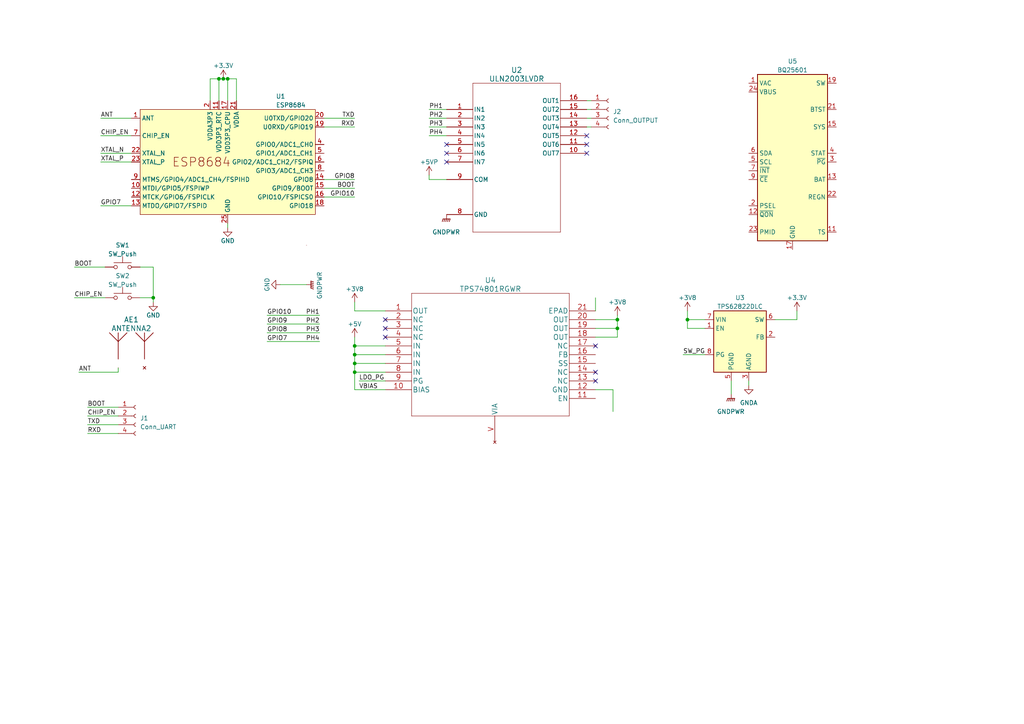
<source format=kicad_sch>
(kicad_sch (version 20230121) (generator eeschema)
  (paper "A4")
  (lib_symbols
    (symbol "AN9520-245:ANTENNA2" (pin_numbers hide) (pin_names (offset 0) hide)
      (property "Reference" "AE1" (at 3.81 13.97 0))
      (property "Value" "ANTENNA2" (at 3.81 11.43 0))
      (symbol "ANTENNA2_1_1"
        (polyline (pts (xy -2.54 10.16) (xy 0 7.62)) (stroke (width 0.2032)))
        (polyline (pts (xy 0 7.62) (xy 0 2.54)) (stroke (width 0.2032)))
        (polyline (pts (xy 0 7.62) (xy 2.54 10.16)) (stroke (width 0.2032)))
        (polyline (pts (xy 0 10.16) (xy 0 7.62)) (stroke (width 0.2032)))
        (polyline (pts (xy 5.08 10.16) (xy 7.62 7.62)) (stroke (width 0.2032)))
        (polyline (pts (xy 7.62 7.62) (xy 7.62 2.54)) (stroke (width 0.2032)))
        (polyline (pts (xy 7.62 7.62) (xy 10.16 10.16)) (stroke (width 0.2032)))
        (polyline (pts (xy 7.62 10.16) (xy 7.62 7.62)) (stroke (width 0.2032)))
        (pin unspecified line (at 0 0 90) (length 0) (name "Feed") (number "1"))
        (pin no_connect line (at 7.62 0 90) (length 0) (name "Solder") (number "2"))
      )
    )
    (symbol "Battery_Management:BQ25601"
      (property "Reference" "U" (at -8.89 26.67 0))
      (property "Value" "BQ25601" (at 6.35 26.67 0))
      (symbol "BQ25601_0_1"
        (rectangle (start -10.16 -22.86) (end 10.16 25.4) (stroke (width 0.254)) (fill (type background)))
      )
      (symbol "BQ25601_1_1"
        (pin input line (at -12.7 22.86 0) (length 2.54) (name "VAC") (number "1"))
        (pin no_connect line (at -10.16 12.7 0) (length 2.54) hide (name "NC") (number "10"))
        (pin passive line (at 12.7 -20.32 180) (length 2.54) (name "TS") (number "11"))
        (pin input line (at -12.7 -15.24 0) (length 2.54) (name "~{QON}") (number "12"))
        (pin power_in line (at 12.7 -5.08 180) (length 2.54) (name "BAT") (number "13"))
        (pin passive line (at 12.7 -5.08 180) (length 2.54) hide (name "BAT") (number "14"))
        (pin passive line (at 12.7 10.16 180) (length 2.54) (name "SYS") (number "15"))
        (pin passive line (at 12.7 10.16 180) (length 2.54) hide (name "SYS") (number "16"))
        (pin power_in line (at 0 -25.4 90) (length 2.54) (name "GND") (number "17"))
        (pin passive line (at 0 -25.4 90) (length 2.54) hide (name "GND") (number "18"))
        (pin passive line (at 12.7 22.86 180) (length 2.54) (name "SW") (number "19"))
        (pin input line (at -12.7 -12.7 0) (length 2.54) (name "PSEL") (number "2"))
        (pin passive line (at 12.7 22.86 180) (length 2.54) hide (name "SW") (number "20"))
        (pin input line (at 12.7 15.24 180) (length 2.54) (name "BTST") (number "21"))
        (pin passive line (at 12.7 -10.16 180) (length 2.54) (name "REGN") (number "22"))
        (pin passive line (at -12.7 -20.32 0) (length 2.54) (name "PMID") (number "23"))
        (pin power_in line (at -12.7 20.32 0) (length 2.54) (name "VBUS") (number "24"))
        (pin passive line (at 0 -25.4 90) (length 2.54) hide (name "GND") (number "25"))
        (pin open_collector line (at 12.7 0 180) (length 2.54) (name "~{PG}") (number "3"))
        (pin open_collector line (at 12.7 2.54 180) (length 2.54) (name "STAT") (number "4"))
        (pin input line (at -12.7 0 0) (length 2.54) (name "SCL") (number "5"))
        (pin bidirectional line (at -12.7 2.54 0) (length 2.54) (name "SDA") (number "6"))
        (pin open_collector line (at -12.7 -2.54 0) (length 2.54) (name "~{INT}") (number "7"))
        (pin no_connect line (at -10.16 15.24 0) (length 2.54) hide (name "NC") (number "8"))
        (pin input line (at -12.7 -5.08 0) (length 2.54) (name "~{CE}") (number "9"))
      )
    )
    (symbol "Connector:Conn_01x04_Socket" (pin_names (offset 1.016) hide)
      (property "Reference" "J" (at 0 5.08 0))
      (property "Value" "Conn_01x04_Socket" (at 0 -7.62 0))
      (symbol "Conn_01x04_Socket_1_1"
        (arc (start 0 -4.572) (mid -0.5058 -5.08) (end 0 -5.588) (stroke (width 0.1524)))
        (arc (start 0 -2.032) (mid -0.5058 -2.54) (end 0 -3.048) (stroke (width 0.1524)))
        (polyline (pts (xy -1.27 -5.08) (xy -0.508 -5.08)) (stroke (width 0.1524)))
        (polyline (pts (xy -1.27 -2.54) (xy -0.508 -2.54)) (stroke (width 0.1524)))
        (polyline (pts (xy -1.27 0) (xy -0.508 0)) (stroke (width 0.1524)))
        (polyline (pts (xy -1.27 2.54) (xy -0.508 2.54)) (stroke (width 0.1524)))
        (arc (start 0 0.508) (mid -0.5058 0) (end 0 -0.508) (stroke (width 0.1524)))
        (arc (start 0 3.048) (mid -0.5058 2.54) (end 0 2.032) (stroke (width 0.1524)))
        (pin passive line (at -5.08 2.54 0) (length 3.81) (name "Pin_1") (number "1"))
        (pin passive line (at -5.08 0 0) (length 3.81) (name "Pin_2") (number "2"))
        (pin passive line (at -5.08 -2.54 0) (length 3.81) (name "Pin_3") (number "3"))
        (pin passive line (at -5.08 -5.08 0) (length 3.81) (name "Pin_4") (number "4"))
      )
    )
    (symbol "Espressif:ESP8684"
      (property "Reference" "U" (at -25.4 20.32 0))
      (property "Value" "ESP8684" (at -25.4 17.78 0))
      (symbol "ESP8684_0_0"
        (rectangle (start -25.4 15.24) (end 25.4 -15.24) (fill (type background)))
        (text "ESP8684" (at -7.62 0 0) (effects (font (size 2.54 2.54))))
      )
      (symbol "ESP8684_0_1"
        (rectangle (start 22.86 -24.13) (end 22.86 -24.13))
      )
      (symbol "ESP8684_1_1"
        (pin bidirectional line (at -27.94 12.7 0) (length 2.54) (name "ANT") (number "1"))
        (pin bidirectional line (at -27.94 -7.62 0) (length 2.54) (name "MTDI/GPIO5/FSPIWP") (number "10"))
        (pin power_in line (at -2.54 17.78 270) (length 2.54) (name "VDD3P3_RTC") (number "11"))
        (pin bidirectional line (at -27.94 -10.16 0) (length 2.54) (name "MTCK/GPIO6/FSPICLK") (number "12"))
        (pin bidirectional line (at -27.94 -12.7 0) (length 2.54) (name "MTDO/GPIO7/FSPID") (number "13"))
        (pin bidirectional line (at 27.94 -5.08 180) (length 2.54) (name "GPIO8") (number "14"))
        (pin bidirectional line (at 27.94 -7.62 180) (length 2.54) (name "GPIO9/BOOT") (number "15"))
        (pin bidirectional line (at 27.94 -10.16 180) (length 2.54) (name "GPIO10/FSPICS0") (number "16"))
        (pin power_in line (at 0 17.78 270) (length 2.54) (name "VDD3P3_CPU") (number "17"))
        (pin bidirectional line (at 27.94 -12.7 180) (length 2.54) (name "GPIO18") (number "18"))
        (pin bidirectional line (at 27.94 10.16 180) (length 2.54) (name "U0RXD/GPIO19") (number "19"))
        (pin power_in line (at -5.08 17.78 270) (length 2.54) (name "VDDA3P3") (number "2"))
        (pin bidirectional line (at 27.94 12.7 180) (length 2.54) (name "U0TXD/GPIO20") (number "20"))
        (pin power_in line (at 2.54 17.78 270) (length 2.54) (name "VDDA") (number "21"))
        (pin output line (at -27.94 2.54 0) (length 2.54) (name "XTAL_N") (number "22"))
        (pin input line (at -27.94 0 0) (length 2.54) (name "XTAL_P") (number "23"))
        (pin passive line (at 2.54 17.78 270) (length 2.54) hide (name "VDDA") (number "24"))
        (pin power_in line (at 0 -17.78 90) (length 2.54) (name "GND") (number "25"))
        (pin passive line (at -5.08 17.78 270) (length 2.54) hide (name "VDDA3P3") (number "3"))
        (pin bidirectional line (at 27.94 5.08 180) (length 2.54) (name "GPIO0/ADC1_CH0") (number "4"))
        (pin bidirectional line (at 27.94 2.54 180) (length 2.54) (name "GPIO1/ADC1_CH1") (number "5"))
        (pin bidirectional line (at 27.94 0 180) (length 2.54) (name "GPIO2/ADC1_CH2/FSPIQ") (number "6"))
        (pin input line (at -27.94 7.62 0) (length 2.54) (name "CHIP_EN") (number "7"))
        (pin bidirectional line (at 27.94 -2.54 180) (length 2.54) (name "GPIO3/ADC1_CH3") (number "8"))
        (pin bidirectional line (at -27.94 -5.08 0) (length 2.54) (name "MTMS/GPIO4/ADC1_CH4/FSPIHD") (number "9"))
      )
    )
    (symbol "Regulator_Switching:TPS62822DLC"
      (property "Reference" "U" (at -7.62 11.43 0))
      (property "Value" "TPS62822DLC" (at -1.27 11.43 0))
      (symbol "TPS62822DLC_0_1"
        (rectangle (start -7.62 10.16) (end 7.62 -7.62) (stroke (width 0.254)) (fill (type background)))
      )
      (symbol "TPS62822DLC_1_1"
        (pin input line (at -10.16 5.08 0) (length 2.54) (name "EN") (number "1"))
        (pin input line (at 10.16 2.54 180) (length 2.54) (name "FB") (number "2"))
        (pin power_in line (at 2.54 -10.16 90) (length 2.54) (name "AGND") (number "3"))
        (pin no_connect line (at 7.62 5.08 180) (length 2.54) hide (name "NC") (number "4"))
        (pin power_in line (at -2.54 -10.16 90) (length 2.54) (name "PGND") (number "5"))
        (pin power_out line (at 10.16 7.62 180) (length 2.54) (name "SW") (number "6"))
        (pin power_in line (at -10.16 7.62 0) (length 2.54) (name "VIN") (number "7"))
        (pin open_collector line (at -10.16 -2.54 0) (length 2.54) (name "PG") (number "8"))
      )
    )
    (symbol "Switch:SW_Push" (pin_numbers hide) (pin_names (offset 1.016) hide)
      (property "Reference" "SW" (at 1.27 2.54 0))
      (property "Value" "SW_Push" (at 0 -1.524 0))
      (symbol "SW_Push_0_1"
        (circle (center -2.032 0) (radius 0.508))
        (polyline (pts (xy 0 1.27) (xy 0 3.048)))
        (polyline (pts (xy 2.54 1.27) (xy -2.54 1.27)))
        (circle (center 2.032 0) (radius 0.508))
        (pin passive line (at -5.08 0 0) (length 2.54) (name "1") (number "1"))
        (pin passive line (at 5.08 0 180) (length 2.54) (name "2") (number "2"))
      )
    )
    (symbol "TPS74801RGWR:TPS74801RGWR" (pin_names (offset 0.254))
      (property "Reference" "U" (at 30.48 10.16 0))
      (property "Value" "TPS74801RGWR" (at 30.48 7.62 0))
      (symbol "TPS74801RGWR_1_1"
        (polyline (pts (xy 7.62 -30.48) (xy 53.34 -30.48)) (stroke (width 0.127)))
        (polyline (pts (xy 7.62 5.08) (xy 7.62 -30.48)) (stroke (width 0.127)))
        (polyline (pts (xy 53.34 -30.48) (xy 53.34 5.08)) (stroke (width 0.127)))
        (polyline (pts (xy 53.34 5.08) (xy 7.62 5.08)) (stroke (width 0.127)))
        (pin power_out line (at 0 0 0) (length 7.62) (name "OUT") (number "1"))
        (pin power_in line (at 0 -22.86 0) (length 7.62) (name "BIAS") (number "10"))
        (pin input line (at 60.96 -25.4 180) (length 7.62) (name "EN") (number "11"))
        (pin output line (at 60.96 -22.86 180) (length 7.62) (name "GND") (number "12"))
        (pin no_connect line (at 60.96 -20.32 180) (length 7.62) (name "NC") (number "13"))
        (pin no_connect line (at 60.96 -17.78 180) (length 7.62) (name "NC") (number "14"))
        (pin unspecified line (at 60.96 -15.24 180) (length 7.62) (name "SS") (number "15"))
        (pin input line (at 60.96 -12.7 180) (length 7.62) (name "FB") (number "16"))
        (pin no_connect line (at 60.96 -10.16 180) (length 7.62) (name "NC") (number "17"))
        (pin power_out line (at 60.96 -7.62 180) (length 7.62) (name "OUT") (number "18"))
        (pin power_out line (at 60.96 -5.08 180) (length 7.62) (name "OUT") (number "19"))
        (pin no_connect line (at 0 -2.54 0) (length 7.62) (name "NC") (number "2"))
        (pin power_out line (at 60.96 -2.54 180) (length 7.62) (name "OUT") (number "20"))
        (pin unspecified line (at 60.96 0 180) (length 7.62) (name "EPAD") (number "21"))
        (pin no_connect line (at 0 -5.08 0) (length 7.62) (name "NC") (number "3"))
        (pin no_connect line (at 0 -7.62 0) (length 7.62) (name "NC") (number "4"))
        (pin power_in line (at 0 -10.16 0) (length 7.62) (name "IN") (number "5"))
        (pin power_in line (at 0 -12.7 0) (length 7.62) (name "IN") (number "6"))
        (pin power_in line (at 0 -15.24 0) (length 7.62) (name "IN") (number "7"))
        (pin power_in line (at 0 -17.78 0) (length 7.62) (name "IN") (number "8"))
        (pin open_collector line (at 0 -20.32 0) (length 7.62) (name "PG") (number "9"))
        (pin no_connect line (at 31.75 -38.1 90) (length 7.62) (name "VIA") (number "V"))
      )
    )
    (symbol "ULN2003LV:ULN2003LVDR" (pin_names (offset 0.254))
      (property "Reference" "U2" (at 20.32 11.43 0))
      (property "Value" "ULN2003LVDR" (at 20.32 8.89 0))
      (symbol "ULN2003LVDR_0_1"
        (polyline (pts (xy 7.62 -35.56) (xy 33.02 -35.56)) (stroke (width 0.127)))
        (polyline (pts (xy 7.62 7.62) (xy 7.62 -35.56)) (stroke (width 0.127)))
        (polyline (pts (xy 33.02 -35.56) (xy 33.02 7.62)) (stroke (width 0.127)))
        (polyline (pts (xy 33.02 7.62) (xy 7.62 7.62)) (stroke (width 0.127)))
        (pin input line (at 0 0 0) (length 7.62) (name "IN1") (number "1"))
        (pin output line (at 40.64 -12.7 180) (length 7.62) (name "OUT7") (number "10"))
        (pin output line (at 40.64 -10.16 180) (length 7.62) (name "OUT6") (number "11"))
        (pin output line (at 40.64 -7.62 180) (length 7.62) (name "OUT5") (number "12"))
        (pin output line (at 40.64 -5.08 180) (length 7.62) (name "OUT4") (number "13"))
        (pin output line (at 40.64 -2.54 180) (length 7.62) (name "OUT3") (number "14"))
        (pin output line (at 40.64 0 180) (length 7.62) (name "OUT2") (number "15"))
        (pin output line (at 40.64 2.54 180) (length 7.62) (name "OUT1") (number "16"))
        (pin input line (at 0 -2.54 0) (length 7.62) (name "IN2") (number "2"))
        (pin input line (at 0 -5.08 0) (length 7.62) (name "IN3") (number "3"))
        (pin input line (at 0 -7.62 0) (length 7.62) (name "IN4") (number "4"))
        (pin input line (at 0 -10.16 0) (length 7.62) (name "IN5") (number "5"))
        (pin input line (at 0 -12.7 0) (length 7.62) (name "IN6") (number "6"))
        (pin input line (at 0 -15.24 0) (length 7.62) (name "IN7") (number "7"))
        (pin power_in line (at 0 -30.48 0) (length 7.62) (name "GND") (number "8"))
        (pin unspecified line (at 0 -20.32 0) (length 7.62) (name "COM") (number "9"))
      )
    )
    (symbol "power:+3.3V" (power) (pin_names (offset 0))
      (property "Value" "+3.3V" (at 0 3.556 0))
      (symbol "+3.3V_0_1"
        (polyline (pts (xy -0.762 1.27) (xy 0 2.54)))
        (polyline (pts (xy 0 0) (xy 0 2.54)))
        (polyline (pts (xy 0 2.54) (xy 0.762 1.27)))
      )
      (symbol "+3.3V_1_1"
        (pin power_in line (at 0 0 90) (length 0) hide (name "+3.3V") (number "1"))
      )
    )
    (symbol "power:+3V8" (power) (pin_names (offset 0))
      (property "Value" "+3V8" (at 0 3.556 0))
      (symbol "+3V8_0_1"
        (polyline (pts (xy -0.762 1.27) (xy 0 2.54)))
        (polyline (pts (xy 0 0) (xy 0 2.54)))
        (polyline (pts (xy 0 2.54) (xy 0.762 1.27)))
      )
      (symbol "+3V8_1_1"
        (pin power_in line (at 0 0 90) (length 0) hide (name "+3V8") (number "1"))
      )
    )
    (symbol "power:+5V" (power) (pin_names (offset 0))
      (property "Value" "+5V" (at 0 3.556 0))
      (symbol "+5V_0_1"
        (polyline (pts (xy -0.762 1.27) (xy 0 2.54)))
        (polyline (pts (xy 0 0) (xy 0 2.54)))
        (polyline (pts (xy 0 2.54) (xy 0.762 1.27)))
      )
      (symbol "+5V_1_1"
        (pin power_in line (at 0 0 90) (length 0) hide (name "+5V") (number "1"))
      )
    )
    (symbol "power:+5VP" (power) (pin_names (offset 0))
      (property "Value" "+5VP" (at 0 3.556 0))
      (symbol "+5VP_0_1"
        (polyline (pts (xy -0.762 1.27) (xy 0 2.54)))
        (polyline (pts (xy 0 0) (xy 0 2.54)))
        (polyline (pts (xy 0 2.54) (xy 0.762 1.27)))
      )
      (symbol "+5VP_1_1"
        (pin power_in line (at 0 0 90) (length 0) hide (name "+5VP") (number "1"))
      )
    )
    (symbol "power:GND" (power) (pin_names (offset 0))
      (property "Value" "GND" (at 0 -3.81 0))
      (symbol "GND_0_1"
        (polyline (pts (xy 0 0) (xy 0 -1.27) (xy 1.27 -1.27) (xy 0 -2.54) (xy -1.27 -1.27) (xy 0 -1.27)))
      )
      (symbol "GND_1_1"
        (pin power_in line (at 0 0 270) (length 0) hide (name "GND") (number "1"))
      )
    )
    (symbol "power:GNDA" (power) (pin_names (offset 0))
      (property "Value" "GNDA" (at 0 -3.81 0))
      (symbol "GNDA_0_1"
        (polyline (pts (xy 0 0) (xy 0 -1.27) (xy 1.27 -1.27) (xy 0 -2.54) (xy -1.27 -1.27) (xy 0 -1.27)))
      )
      (symbol "GNDA_1_1"
        (pin power_in line (at 0 0 270) (length 0) hide (name "GNDA") (number "1"))
      )
    )
    (symbol "power:GNDPWR" (power) (pin_names (offset 0))
      (property "Value" "GNDPWR" (at 0 -3.302 0))
      (symbol "GNDPWR_0_1"
        (polyline (pts (xy 0 -1.27) (xy 0 0)))
        (polyline (pts (xy -1.016 -1.27) (xy -1.27 -2.032) (xy -1.27 -2.032)) (stroke (width 0.2032)))
        (polyline (pts (xy -0.508 -1.27) (xy -0.762 -2.032) (xy -0.762 -2.032)) (stroke (width 0.2032)))
        (polyline (pts (xy 0 -1.27) (xy -0.254 -2.032) (xy -0.254 -2.032)) (stroke (width 0.2032)))
        (polyline (pts (xy 0.508 -1.27) (xy 0.254 -2.032) (xy 0.254 -2.032)) (stroke (width 0.2032)))
        (polyline (pts (xy 1.016 -1.27) (xy -1.016 -1.27) (xy -1.016 -1.27)) (stroke (width 0.2032)))
        (polyline (pts (xy 1.016 -1.27) (xy 0.762 -2.032) (xy 0.762 -2.032) (xy 0.762 -2.032)) (stroke (width 0.2032)))
      )
      (symbol "GNDPWR_1_1"
        (pin power_in line (at 0 0 270) (length 0) hide (name "GNDPWR") (number "1"))
      )
    )
  )
  (junction (at 179.07 92.71))
  (junction (at 102.87 102.87))
  (junction (at 44.45 86.36))
  (junction (at 66.04 22.86))
  (junction (at 102.87 100.33))
  (junction (at 179.07 95.25))
  (junction (at 199.39 92.71))
  (junction (at 102.87 107.95))
  (junction (at 63.5 22.86))
  (junction (at 102.87 105.41))
  (junction (at 64.77 22.86))
  (no_connect (at 129.54 44.45))
  (no_connect (at 172.72 107.95))
  (no_connect (at 129.54 46.99))
  (no_connect (at 111.76 97.79))
  (no_connect (at 170.18 44.45))
  (no_connect (at 170.18 39.37))
  (no_connect (at 172.72 100.33))
  (no_connect (at 129.54 41.91))
  (no_connect (at 170.18 41.91))
  (no_connect (at 172.72 110.49))
  (no_connect (at 111.76 95.25))
  (no_connect (at 111.76 92.71))
  (wire (pts (xy 93.98 52.07) (xy 102.87 52.07)))
  (wire (pts (xy 25.4 123.19) (xy 34.29 123.19)))
  (wire (pts (xy 44.45 77.47) (xy 44.45 86.36)))
  (wire (pts (xy 77.47 93.98) (xy 92.71 93.98)))
  (wire (pts (xy 40.64 86.36) (xy 44.45 86.36)))
  (wire (pts (xy 66.04 22.86) (xy 68.58 22.86)))
  (wire (pts (xy 93.98 54.61) (xy 102.87 54.61)))
  (wire (pts (xy 199.39 90.17) (xy 199.39 92.71)))
  (wire (pts (xy 60.96 22.86) (xy 63.5 22.86)))
  (wire (pts (xy 198.12 102.87) (xy 204.47 102.87)))
  (wire (pts (xy 102.87 97.79) (xy 102.87 100.33)))
  (wire (pts (xy 199.39 92.71) (xy 204.47 92.71)))
  (wire (pts (xy 29.21 44.45) (xy 38.1 44.45)))
  (wire (pts (xy 102.87 107.95) (xy 102.87 105.41)))
  (wire (pts (xy 44.45 86.36) (xy 44.45 87.63)))
  (wire (pts (xy 77.47 96.52) (xy 92.71 96.52)))
  (wire (pts (xy 25.4 120.65) (xy 34.29 120.65)))
  (wire (pts (xy 170.18 36.83) (xy 171.45 36.83)))
  (wire (pts (xy 172.72 86.36) (xy 172.72 90.17)))
  (wire (pts (xy 93.98 34.29) (xy 102.87 34.29)))
  (wire (pts (xy 104.14 110.49) (xy 111.76 110.49)))
  (wire (pts (xy 124.46 31.75) (xy 129.54 31.75)))
  (wire (pts (xy 179.07 97.79) (xy 172.72 97.79)))
  (wire (pts (xy 111.76 102.87) (xy 102.87 102.87)))
  (wire (pts (xy 22.86 107.95) (xy 34.29 107.95)))
  (wire (pts (xy 212.09 110.49) (xy 212.09 114.3)))
  (wire (pts (xy 179.07 92.71) (xy 179.07 95.25)))
  (wire (pts (xy 21.59 77.47) (xy 30.48 77.47)))
  (wire (pts (xy 34.29 107.95) (xy 34.29 106.68)))
  (wire (pts (xy 199.39 95.25) (xy 199.39 92.71)))
  (wire (pts (xy 179.07 95.25) (xy 179.07 97.79)))
  (wire (pts (xy 170.18 34.29) (xy 171.45 34.29)))
  (wire (pts (xy 179.07 95.25) (xy 172.72 95.25)))
  (wire (pts (xy 21.59 86.36) (xy 30.48 86.36)))
  (wire (pts (xy 170.18 29.21) (xy 171.45 29.21)))
  (wire (pts (xy 40.64 77.47) (xy 44.45 77.47)))
  (wire (pts (xy 25.4 125.73) (xy 34.29 125.73)))
  (wire (pts (xy 29.21 59.69) (xy 38.1 59.69)))
  (wire (pts (xy 172.72 113.03) (xy 177.8 113.03)))
  (wire (pts (xy 204.47 95.25) (xy 199.39 95.25)))
  (wire (pts (xy 124.46 36.83) (xy 129.54 36.83)))
  (wire (pts (xy 81.28 82.55) (xy 88.9 82.55)))
  (wire (pts (xy 93.98 57.15) (xy 102.87 57.15)))
  (wire (pts (xy 77.47 91.44) (xy 92.71 91.44)))
  (wire (pts (xy 124.46 39.37) (xy 129.54 39.37)))
  (wire (pts (xy 77.47 99.06) (xy 92.71 99.06)))
  (wire (pts (xy 66.04 64.77) (xy 66.04 66.04)))
  (wire (pts (xy 102.87 113.03) (xy 102.87 107.95)))
  (wire (pts (xy 102.87 107.95) (xy 111.76 107.95)))
  (wire (pts (xy 124.46 50.8) (xy 124.46 52.07)))
  (wire (pts (xy 231.14 90.17) (xy 231.14 92.71)))
  (wire (pts (xy 177.8 113.03) (xy 177.8 119.38)))
  (wire (pts (xy 102.87 90.17) (xy 102.87 87.63)))
  (wire (pts (xy 217.17 110.49) (xy 217.17 111.76)))
  (wire (pts (xy 124.46 52.07) (xy 129.54 52.07)))
  (wire (pts (xy 29.21 46.99) (xy 38.1 46.99)))
  (wire (pts (xy 66.04 29.21) (xy 66.04 22.86)))
  (wire (pts (xy 25.4 118.11) (xy 34.29 118.11)))
  (wire (pts (xy 111.76 105.41) (xy 102.87 105.41)))
  (wire (pts (xy 60.96 29.21) (xy 60.96 22.86)))
  (wire (pts (xy 29.21 34.29) (xy 38.1 34.29)))
  (wire (pts (xy 102.87 113.03) (xy 111.76 113.03)))
  (wire (pts (xy 170.18 31.75) (xy 171.45 31.75)))
  (wire (pts (xy 66.04 22.86) (xy 64.77 22.86)))
  (wire (pts (xy 68.58 22.86) (xy 68.58 29.21)))
  (wire (pts (xy 111.76 90.17) (xy 102.87 90.17)))
  (wire (pts (xy 63.5 22.86) (xy 63.5 29.21)))
  (wire (pts (xy 29.21 39.37) (xy 38.1 39.37)))
  (wire (pts (xy 179.07 91.44) (xy 179.07 92.71)))
  (wire (pts (xy 231.14 92.71) (xy 224.79 92.71)))
  (wire (pts (xy 102.87 102.87) (xy 102.87 100.33)))
  (wire (pts (xy 63.5 22.86) (xy 64.77 22.86)))
  (wire (pts (xy 102.87 105.41) (xy 102.87 102.87)))
  (wire (pts (xy 124.46 34.29) (xy 129.54 34.29)))
  (wire (pts (xy 172.72 92.71) (xy 179.07 92.71)))
  (wire (pts (xy 102.87 100.33) (xy 111.76 100.33)))
  (wire (pts (xy 93.98 36.83) (xy 102.87 36.83)))
  (label "GPIO10" (at 77.47 91.44 0))
  (label "PH1" (at 92.71 91.44 180))
  (label "XTAL_P" (at 29.21 46.99 0))
  (label "PH2" (at 92.71 93.98 180))
  (label "GPIO8" (at 77.47 96.52 0))
  (label "GPIO7" (at 77.47 99.06 0))
  (label "PH4" (at 124.46 39.37 0))
  (label "SW_PG" (at 198.12 102.87 0))
  (label "LDO_PG" (at 104.14 110.49 0))
  (label "RXD" (at 102.87 36.83 180))
  (label "BOOT" (at 25.4 118.11 0))
  (label "GPIO10" (at 102.87 57.15 180))
  (label "CHIP_EN" (at 21.59 86.36 0))
  (label "XTAL_N" (at 29.21 44.45 0))
  (label "GPIO7" (at 29.21 59.69 0))
  (label "CHIP_EN" (at 29.21 39.37 0))
  (label "BOOT" (at 21.59 77.47 0))
  (label "PH2" (at 124.46 34.29 0))
  (label "PH3" (at 124.46 36.83 0))
  (label "CHIP_EN" (at 25.4 120.65 0))
  (label "TXD" (at 102.87 34.29 180))
  (label "PH3" (at 92.71 96.52 180))
  (label "VBIAS" (at 104.14 113.03 0))
  (label "PH1" (at 124.46 31.75 0))
  (label "RXD" (at 25.4 125.73 0))
  (label "PH4" (at 92.71 99.06 180))
  (label "GPIO8" (at 102.87 52.07 180))
  (label "GPIO9" (at 77.47 93.98 0))
  (label "BOOT" (at 102.87 54.61 180))
  (label "ANT" (at 29.21 34.29 0))
  (label "TXD" (at 25.4 123.19 0))
  (label "ANT" (at 22.86 107.95 0))
  (symbol (lib_id "Regulator_Switching:TPS62822DLC") (at 214.63 100.33 0) (unit 1)
    (property "Reference" "U3" (at 214.63 86.36 0))
    (property "Value" "TPS62822DLC" (at 214.63 88.9 0))
    (property "Footprint" "Package_DFN_QFN:Texas_VSON-HR-8_1.5x2mm_P0.5mm" (effects hide))
    (property "Datasheet" "http://www.ti.com/lit/ds/symlink/tps62823.pdf" (effects hide))
  )
  (symbol (lib_id "Switch:SW_Push") (at 35.56 77.47 0) (unit 1)
    (property "Reference" "SW1" (at 35.56 71.12 0))
    (property "Value" "SW_Push" (at 35.56 73.66 0))
    (property "Footprint" "Button_Switch_SMD:SW_Push_SPST_NO_Alps_SKRK" (effects hide))
  )
  (symbol (lib_id "power:GND") (at 66.04 66.04 0) (unit 1)
    (property "Reference" "#PWR01" (effects hide))
    (property "Value" "GND" (at 66.04 69.85 0))
  )
  (symbol (lib_id "power:GNDPWR") (at 88.9 82.55 90) (unit 1)
    (property "Reference" "#PWR05" (effects hide))
    (property "Value" "GNDPWR" (at 92.71 78.74 0) (effects (justify right)))
  )
  (symbol (lib_id "TPS74801RGWR:TPS74801RGWR") (at 111.76 90.17 0) (unit 1)
    (property "Reference" "U4" (at 142.24 81.28 0) (effects (font (size 1.524 1.524))))
    (property "Value" "TPS74801RGWR" (at 142.24 83.82 0) (effects (font (size 1.524 1.524))))
    (property "Footprint" "TPS74801RGWR:TPS74801RGWR" (effects hide))
  )
  (symbol (lib_id "AN9520-245:ANTENNA2") (at 34.29 106.68 0) (unit 1)
    (property "Reference" "AE1" (at 38.1 92.71 0) (effects (font (size 1.524 1.524))))
    (property "Value" "ANTENNA2" (at 38.1 95.25 0) (effects (font (size 1.524 1.524))))
    (property "Footprint" "AN9520-245:AN9520-245" (effects hide))
  )
  (symbol (lib_id "power:GND") (at 44.45 87.63 0) (unit 1)
    (property "Reference" "#PWR014" (effects hide))
    (property "Value" "GND" (at 44.45 91.44 0))
  )
  (symbol (lib_id "power:GNDA") (at 217.17 111.76 0) (unit 1)
    (property "Reference" "#PWR07" (effects hide))
    (property "Value" "GNDA" (at 217.17 116.84 0))
  )
  (symbol (lib_id "power:+3V8") (at 199.39 90.17 0) (unit 1)
    (property "Reference" "#PWR09" (effects hide))
    (property "Value" "+3V8" (at 199.39 86.36 0))
  )
  (symbol (lib_id "power:+3.3V") (at 231.14 90.17 0) (unit 1)
    (property "Reference" "#PWR013" (effects hide))
    (property "Value" "+3.3V" (at 231.14 86.36 0))
  )
  (symbol (lib_id "power:+5VP") (at 124.46 50.8 0) (unit 1)
    (property "Reference" "#PWR06" (effects hide))
    (property "Value" "+5VP" (at 124.46 46.99 0))
  )
  (symbol (lib_id "Battery_Management:BQ25601") (at 229.87 46.99 0) (unit 1)
    (property "Reference" "U5" (at 229.87 17.78 0))
    (property "Value" "BQ25601" (at 229.87 20.32 0))
    (property "Footprint" "Package_DFN_QFN:Texas_S-PWQFN-N24_EP2.7x2.7mm_ThermalVias" (effects hide))
    (property "Datasheet" "http://www.ti.com/lit/ds/symlink/bq25601.pdf" (effects hide))
  )
  (symbol (lib_id "Connector:Conn_01x04_Socket") (at 39.37 120.65 0) (unit 1)
    (property "Reference" "J1" (at 40.64 121.285 0) (effects (justify left)))
    (property "Value" "Conn_UART" (at 40.64 123.825 0) (effects (justify left)))
    (property "Footprint" "Connector_PinHeader_1.00mm:PinHeader_1x04_P1.00mm_Vertical" (effects hide))
  )
  (symbol (lib_id "power:+3V8") (at 179.07 91.44 0) (unit 1)
    (property "Reference" "#PWR010" (effects hide))
    (property "Value" "+3V8" (at 179.07 87.63 0))
  )
  (symbol (lib_id "power:GNDPWR") (at 212.09 114.3 0) (unit 1)
    (property "Reference" "#PWR08" (effects hide))
    (property "Value" "GNDPWR" (at 211.963 119.38 0))
  )
  (symbol (lib_id "Espressif:ESP8684") (at 66.04 46.99 0) (unit 1)
    (property "Reference" "U1" (at 80.01 27.94 0) (effects (justify left)))
    (property "Value" "ESP8684" (at 80.01 30.48 0) (effects (justify left)))
    (property "Footprint" "Package_DFN_QFN:QFN-24-1EP_4x4mm_P0.5mm_EP2.8x2.8mm" (effects hide))
    (property "Datasheet" "https://www.espressif.com/sites/default/files/documentation/esp8684_datasheet_en.pdf" (effects hide))
  )
  (symbol (lib_id "Connector:Conn_01x04_Socket") (at 176.53 31.75 0) (unit 1)
    (property "Reference" "J2" (at 177.8 32.385 0) (effects (justify left)))
    (property "Value" "Conn_OUTPUT" (at 177.8 34.925 0) (effects (justify left)))
    (property "Footprint" "Connector_PinHeader_1.00mm:PinHeader_1x04_P1.00mm_Vertical" (effects hide))
  )
  (symbol (lib_id "ULN2003LV:ULN2003LVDR") (at 129.54 31.75 0) (unit 1)
    (property "Reference" "U2" (at 149.86 20.32 0) (effects (font (size 1.524 1.524))))
    (property "Value" "ULN2003LVDR" (at 149.86 22.86 0) (effects (font (size 1.524 1.524))))
    (property "Footprint" "ULN2003LV:D16_TEX" (effects hide))
    (property "Datasheet" "ULN2003LVDR" (effects hide))
  )
  (symbol (lib_id "power:+3V8") (at 102.87 87.63 0) (unit 1)
    (property "Reference" "#PWR011" (effects hide))
    (property "Value" "+3V8" (at 102.87 83.82 0))
  )
  (symbol (lib_id "Switch:SW_Push") (at 35.56 86.36 0) (unit 1)
    (property "Reference" "SW2" (at 35.56 80.01 0))
    (property "Value" "SW_Push" (at 35.56 82.55 0))
    (property "Footprint" "Button_Switch_SMD:SW_Push_SPST_NO_Alps_SKRK" (effects hide))
  )
  (symbol (lib_id "power:GNDPWR") (at 129.54 62.23 0) (unit 1)
    (property "Reference" "#PWR03" (effects hide))
    (property "Value" "GNDPWR" (at 129.413 67.31 0))
  )
  (symbol (lib_id "power:GND") (at 81.28 82.55 270) (unit 1)
    (property "Reference" "#PWR04" (effects hide))
    (property "Value" "GND" (at 77.47 82.55 0))
  )
  (symbol (lib_id "power:+3.3V") (at 64.77 22.86 0) (unit 1)
    (property "Reference" "#PWR02" (effects hide))
    (property "Value" "+3.3V" (at 64.77 19.05 0))
  )
  (symbol (lib_id "power:+5V") (at 102.87 97.79 0) (unit 1)
    (property "Reference" "#PWR012" (effects hide))
    (property "Value" "+5V" (at 102.87 93.98 0))
  )
)
</source>
